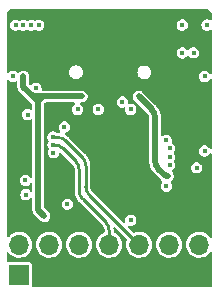
<source format=gbr>
%TF.GenerationSoftware,KiCad,Pcbnew,(6.0.4)*%
%TF.CreationDate,2022-07-06T17:37:40+08:00*%
%TF.ProjectId,XilinxJtag,58696c69-6e78-44a7-9461-672e6b696361,rev?*%
%TF.SameCoordinates,Original*%
%TF.FileFunction,Copper,L2,Inr*%
%TF.FilePolarity,Positive*%
%FSLAX46Y46*%
G04 Gerber Fmt 4.6, Leading zero omitted, Abs format (unit mm)*
G04 Created by KiCad (PCBNEW (6.0.4)) date 2022-07-06 17:37:40*
%MOMM*%
%LPD*%
G01*
G04 APERTURE LIST*
%TA.AperFunction,ComponentPad*%
%ADD10O,1.000000X2.100000*%
%TD*%
%TA.AperFunction,ComponentPad*%
%ADD11O,1.000000X1.600000*%
%TD*%
%TA.AperFunction,ComponentPad*%
%ADD12R,1.700000X1.700000*%
%TD*%
%TA.AperFunction,ComponentPad*%
%ADD13O,1.700000X1.700000*%
%TD*%
%TA.AperFunction,ViaPad*%
%ADD14C,0.450000*%
%TD*%
%TA.AperFunction,Conductor*%
%ADD15C,0.500000*%
%TD*%
%TA.AperFunction,Conductor*%
%ADD16C,0.250000*%
%TD*%
G04 APERTURE END LIST*
D10*
%TO.N,VSS*%
%TO.C,J1*%
X137650000Y-72150001D03*
D11*
X137650000Y-67970001D03*
X146290000Y-67970001D03*
D10*
X146290000Y-72150001D03*
%TD*%
D12*
%TO.N,unconnected-(J2-Pad1)*%
%TO.C,J2*%
X134265000Y-88795000D03*
D13*
%TO.N,Net-(J2-Pad2)*%
X134265000Y-86255000D03*
%TO.N,VSS*%
X136805000Y-88795000D03*
%TO.N,TMS*%
X136805000Y-86255000D03*
%TO.N,VSS*%
X139345000Y-88795000D03*
%TO.N,TCK*%
X139345000Y-86255000D03*
%TO.N,VSS*%
X141885000Y-88795000D03*
%TO.N,TDO*%
X141885000Y-86255000D03*
%TO.N,VSS*%
X144425000Y-88795000D03*
%TO.N,TDI*%
X144425000Y-86255000D03*
%TO.N,VSS*%
X146965000Y-88795000D03*
%TO.N,unconnected-(J2-Pad12)*%
X146965000Y-86255000D03*
%TO.N,VSS*%
X149505000Y-88795000D03*
%TO.N,unconnected-(J2-Pad14)*%
X149505000Y-86255000D03*
%TD*%
D14*
%TO.N,VSS*%
X143070000Y-78540000D03*
X149840000Y-76670000D03*
X141070000Y-80540000D03*
X141070000Y-79540000D03*
X136720000Y-76140000D03*
X149300000Y-83310000D03*
X142925000Y-70030000D03*
X149250000Y-82330000D03*
X141925000Y-69030000D03*
X149020000Y-67640000D03*
X143070000Y-80540000D03*
X140925000Y-68030000D03*
X141070000Y-78540000D03*
X142070000Y-78540000D03*
X141925000Y-70030000D03*
X142070000Y-80540000D03*
X142070000Y-79540000D03*
X137380000Y-75720000D03*
X146820000Y-75650000D03*
X142925000Y-68030000D03*
X141925000Y-68030000D03*
X143070000Y-79540000D03*
X142925000Y-69030000D03*
X140925000Y-70030000D03*
X140925000Y-69030000D03*
X149840000Y-73270000D03*
%TO.N,RESET*%
X143720000Y-84180000D03*
%TO.N,+3V3*%
X146730000Y-77400000D03*
X143720000Y-74800000D03*
X146740000Y-81300000D03*
X149970000Y-72000000D03*
X140960000Y-74800000D03*
X139220000Y-74800000D03*
X138350000Y-82820000D03*
X149970000Y-78310000D03*
%TO.N,VBUS*%
X136410000Y-83820000D03*
X139570000Y-73700000D03*
X134625000Y-72000000D03*
X146870000Y-80450000D03*
X144380000Y-73690000D03*
%TO.N,Net-(C14-Pad1)*%
X134625000Y-67660000D03*
%TO.N,Net-(C15-Pad2)*%
X135690000Y-73000000D03*
%TO.N,3.3V*%
X134980000Y-75230000D03*
%TO.N,Net-(D1-Pad2)*%
X133750000Y-72000000D03*
X134840000Y-82010000D03*
%TO.N,TDI*%
X137130000Y-77130000D03*
%TO.N,TDO*%
X137140000Y-77800000D03*
%TO.N,TCK*%
X138100000Y-76290000D03*
%TO.N,TMS*%
X137169500Y-78470000D03*
%TO.N,EEP_CS*%
X147000000Y-78100000D03*
X149030000Y-70000000D03*
%TO.N,Net-(R6-Pad2)*%
X149300000Y-79740000D03*
X150170000Y-67650000D03*
%TO.N,EEP_CLK*%
X148070000Y-70010000D03*
X147000000Y-78810000D03*
%TO.N,EEP_D*%
X147000000Y-79500000D03*
X148070000Y-67650000D03*
%TO.N,Net-(R10-Pad1)*%
X135275000Y-67660000D03*
%TO.N,Net-(R11-Pad2)*%
X135925000Y-67670000D03*
%TO.N,Net-(R12-Pad2)*%
X134790000Y-80800000D03*
X133975000Y-67660000D03*
%TO.N,Net-(R3-Pad1)*%
X143000000Y-74160000D03*
%TD*%
D15*
%TO.N,VBUS*%
X135890000Y-83300000D02*
X136410000Y-83820000D01*
X136290000Y-73700000D02*
X135410000Y-73700000D01*
X145770000Y-75494214D02*
X145770000Y-79123533D01*
X135890000Y-74180000D02*
X135890000Y-74100000D01*
X139570000Y-73700000D02*
X136290000Y-73700000D01*
X146682253Y-80450000D02*
X146870000Y-80450000D01*
X135410000Y-73700000D02*
X134625000Y-72915000D01*
X144380000Y-73690000D02*
X145477107Y-74787107D01*
X135890000Y-74100000D02*
X136290000Y-73700000D01*
X135410000Y-73700000D02*
X135890000Y-74180000D01*
X135890000Y-74180000D02*
X135890000Y-83300000D01*
X134625000Y-72915000D02*
X134625000Y-72000000D01*
X146062893Y-79830640D02*
X146682253Y-80450000D01*
X145769977Y-79123533D02*
G75*
G03*
X146062893Y-79830640I1000023J33D01*
G01*
X145769990Y-75494214D02*
G75*
G03*
X145477107Y-74787107I-999990J14D01*
G01*
D16*
%TO.N,TDI*%
X144425000Y-86255000D02*
X140202893Y-82032893D01*
X137475786Y-77130000D02*
X137130000Y-77130000D01*
X139617107Y-78857107D02*
X138182893Y-77422893D01*
X139910000Y-81325786D02*
X139910000Y-79564214D01*
X139617114Y-78857100D02*
G75*
G02*
X139910000Y-79564214I-707114J-707100D01*
G01*
X138182900Y-77422886D02*
G75*
G03*
X137475786Y-77130000I-707100J-707114D01*
G01*
X140202886Y-82032900D02*
G75*
G02*
X139910000Y-81325786I707114J707100D01*
G01*
%TO.N,TDO*%
X139632893Y-82382893D02*
X141592107Y-84342107D01*
X137140000Y-77800000D02*
X137245786Y-77800000D01*
X139340000Y-79894214D02*
X139340000Y-81675786D01*
X141885000Y-85049214D02*
X141885000Y-86255000D01*
X137952893Y-78092893D02*
X139047107Y-79187107D01*
X137245786Y-77800010D02*
G75*
G02*
X137952893Y-78092893I14J-999990D01*
G01*
X139632886Y-82382900D02*
G75*
G02*
X139340000Y-81675786I707114J707100D01*
G01*
X139339990Y-79894214D02*
G75*
G03*
X139047107Y-79187107I-999990J14D01*
G01*
X141592114Y-84342100D02*
G75*
G02*
X141885000Y-85049214I-707114J-707100D01*
G01*
%TD*%
%TA.AperFunction,Conductor*%
%TO.N,VSS*%
G36*
X150014888Y-66262402D02*
G01*
X150020438Y-66263506D01*
X150030000Y-66265408D01*
X150039563Y-66263506D01*
X150049312Y-66263506D01*
X150049312Y-66264495D01*
X150061045Y-66263998D01*
X150141196Y-66273029D01*
X150162804Y-66277961D01*
X150257892Y-66311234D01*
X150277859Y-66320850D01*
X150363161Y-66374448D01*
X150380494Y-66388270D01*
X150451730Y-66459506D01*
X150465552Y-66476839D01*
X150519149Y-66562138D01*
X150528766Y-66582108D01*
X150562038Y-66677193D01*
X150566972Y-66698807D01*
X150576002Y-66778952D01*
X150575505Y-66790688D01*
X150576494Y-66790688D01*
X150576494Y-66800437D01*
X150574592Y-66810000D01*
X150576494Y-66819562D01*
X150577598Y-66825112D01*
X150579500Y-66844426D01*
X150579500Y-67166586D01*
X150560593Y-67224777D01*
X150511093Y-67260741D01*
X150449907Y-67260741D01*
X150426653Y-67249661D01*
X150398609Y-67231484D01*
X150371501Y-67213913D01*
X150241006Y-67174887D01*
X150160455Y-67174395D01*
X150111855Y-67174098D01*
X150111854Y-67174098D01*
X150104804Y-67174055D01*
X150098027Y-67175992D01*
X150098026Y-67175992D01*
X149980622Y-67209546D01*
X149980620Y-67209547D01*
X149973842Y-67211484D01*
X149858650Y-67284165D01*
X149768487Y-67386255D01*
X149710601Y-67509548D01*
X149689646Y-67644131D01*
X149707306Y-67779186D01*
X149710146Y-67785640D01*
X149710147Y-67785644D01*
X149758456Y-67895434D01*
X149762162Y-67903856D01*
X149795788Y-67943859D01*
X149845265Y-68002720D01*
X149845268Y-68002722D01*
X149849804Y-68008119D01*
X149855675Y-68012027D01*
X149855676Y-68012028D01*
X149882092Y-68029612D01*
X149963187Y-68083593D01*
X149969914Y-68085695D01*
X149969917Y-68085696D01*
X150086463Y-68122107D01*
X150086464Y-68122107D01*
X150093195Y-68124210D01*
X150163288Y-68125495D01*
X150222324Y-68126577D01*
X150222326Y-68126577D01*
X150229377Y-68126706D01*
X150236180Y-68124851D01*
X150236182Y-68124851D01*
X150343121Y-68095696D01*
X150360786Y-68090880D01*
X150428700Y-68049181D01*
X150488182Y-68034847D01*
X150544730Y-68058212D01*
X150576745Y-68110354D01*
X150579500Y-68133548D01*
X150579500Y-71734673D01*
X150560593Y-71792864D01*
X150511093Y-71828828D01*
X150449907Y-71828828D01*
X150400407Y-71792864D01*
X150390378Y-71775649D01*
X150377626Y-71747601D01*
X150377624Y-71747598D01*
X150374706Y-71741180D01*
X150285796Y-71637996D01*
X150171501Y-71563913D01*
X150041006Y-71524887D01*
X149960455Y-71524395D01*
X149911855Y-71524098D01*
X149911854Y-71524098D01*
X149904804Y-71524055D01*
X149898027Y-71525992D01*
X149898026Y-71525992D01*
X149780622Y-71559546D01*
X149780620Y-71559547D01*
X149773842Y-71561484D01*
X149658650Y-71634165D01*
X149568487Y-71736255D01*
X149510601Y-71859548D01*
X149489646Y-71994131D01*
X149507306Y-72129186D01*
X149510146Y-72135640D01*
X149510147Y-72135644D01*
X149558960Y-72246580D01*
X149562162Y-72253856D01*
X149579685Y-72274702D01*
X149645265Y-72352720D01*
X149645268Y-72352722D01*
X149649804Y-72358119D01*
X149655675Y-72362027D01*
X149655676Y-72362028D01*
X149672616Y-72373304D01*
X149763187Y-72433593D01*
X149769914Y-72435695D01*
X149769917Y-72435696D01*
X149886463Y-72472107D01*
X149886464Y-72472107D01*
X149893195Y-72474210D01*
X149963288Y-72475495D01*
X150022324Y-72476577D01*
X150022326Y-72476577D01*
X150029377Y-72476706D01*
X150036180Y-72474851D01*
X150036182Y-72474851D01*
X150108410Y-72455159D01*
X150160786Y-72440880D01*
X150276858Y-72369612D01*
X150368261Y-72268631D01*
X150391406Y-72220860D01*
X150433794Y-72176736D01*
X150494022Y-72165954D01*
X150549085Y-72192632D01*
X150577951Y-72246580D01*
X150579500Y-72264026D01*
X150579500Y-78044673D01*
X150560593Y-78102864D01*
X150511093Y-78138828D01*
X150449907Y-78138828D01*
X150400407Y-78102864D01*
X150390378Y-78085649D01*
X150377626Y-78057601D01*
X150377624Y-78057598D01*
X150374706Y-78051180D01*
X150285796Y-77947996D01*
X150171501Y-77873913D01*
X150041006Y-77834887D01*
X149960455Y-77834395D01*
X149911855Y-77834098D01*
X149911854Y-77834098D01*
X149904804Y-77834055D01*
X149898027Y-77835992D01*
X149898026Y-77835992D01*
X149780622Y-77869546D01*
X149780620Y-77869547D01*
X149773842Y-77871484D01*
X149658650Y-77944165D01*
X149568487Y-78046255D01*
X149510601Y-78169548D01*
X149489646Y-78304131D01*
X149490561Y-78311129D01*
X149493705Y-78335171D01*
X149507306Y-78439186D01*
X149510146Y-78445640D01*
X149510147Y-78445644D01*
X149554233Y-78545837D01*
X149562162Y-78563856D01*
X149598316Y-78606866D01*
X149645265Y-78662720D01*
X149645268Y-78662722D01*
X149649804Y-78668119D01*
X149655675Y-78672027D01*
X149655676Y-78672028D01*
X149670890Y-78682155D01*
X149763187Y-78743593D01*
X149769914Y-78745695D01*
X149769917Y-78745696D01*
X149886463Y-78782107D01*
X149886464Y-78782107D01*
X149893195Y-78784210D01*
X149963288Y-78785495D01*
X150022324Y-78786577D01*
X150022326Y-78786577D01*
X150029377Y-78786706D01*
X150036180Y-78784851D01*
X150036182Y-78784851D01*
X150108410Y-78765159D01*
X150160786Y-78750880D01*
X150276858Y-78679612D01*
X150285968Y-78669548D01*
X150363529Y-78583859D01*
X150363529Y-78583858D01*
X150368261Y-78578631D01*
X150386509Y-78540967D01*
X150391406Y-78530860D01*
X150433794Y-78486736D01*
X150494022Y-78475954D01*
X150549085Y-78502632D01*
X150577951Y-78556580D01*
X150579500Y-78574026D01*
X150579500Y-85556457D01*
X150560593Y-85614648D01*
X150511093Y-85650612D01*
X150449907Y-85650612D01*
X150401176Y-85615691D01*
X150329051Y-85519104D01*
X150329050Y-85519103D01*
X150326335Y-85515467D01*
X150177812Y-85378174D01*
X150155125Y-85363859D01*
X150010594Y-85272667D01*
X150006757Y-85270246D01*
X149818898Y-85195298D01*
X149620526Y-85155839D01*
X149520930Y-85154535D01*
X149422826Y-85153251D01*
X149422821Y-85153251D01*
X149418286Y-85153192D01*
X149413813Y-85153961D01*
X149413808Y-85153961D01*
X149315245Y-85170898D01*
X149218949Y-85187444D01*
X149029193Y-85257449D01*
X148855371Y-85360862D01*
X148851956Y-85363857D01*
X148851953Y-85363859D01*
X148835630Y-85378174D01*
X148703305Y-85494220D01*
X148700497Y-85497782D01*
X148602343Y-85622291D01*
X148578089Y-85653057D01*
X148483914Y-85832053D01*
X148482569Y-85836384D01*
X148482568Y-85836387D01*
X148482086Y-85837941D01*
X148423937Y-86025213D01*
X148400164Y-86226069D01*
X148413392Y-86427894D01*
X148463178Y-86623928D01*
X148547856Y-86807607D01*
X148664588Y-86972780D01*
X148809466Y-87113913D01*
X148977637Y-87226282D01*
X149163470Y-87306122D01*
X149360740Y-87350760D01*
X149562842Y-87358700D01*
X149616377Y-87350938D01*
X149758519Y-87330329D01*
X149758522Y-87330328D01*
X149763007Y-87329678D01*
X149858769Y-87297171D01*
X149950234Y-87266123D01*
X149950237Y-87266121D01*
X149954531Y-87264664D01*
X150131001Y-87165837D01*
X150286505Y-87036505D01*
X150404386Y-86894769D01*
X150456131Y-86862121D01*
X150517185Y-86866123D01*
X150564227Y-86905247D01*
X150579500Y-86958075D01*
X150579500Y-89770500D01*
X150560593Y-89828691D01*
X150511093Y-89864655D01*
X150480500Y-89869500D01*
X135444566Y-89869500D01*
X135386375Y-89850593D01*
X135350411Y-89801093D01*
X135350411Y-89743571D01*
X135350966Y-89742740D01*
X135365500Y-89669674D01*
X135365500Y-87920326D01*
X135350966Y-87847260D01*
X135295601Y-87764399D01*
X135212740Y-87709034D01*
X135139674Y-87694500D01*
X133390326Y-87694500D01*
X133328814Y-87706736D01*
X133268053Y-87699544D01*
X133223123Y-87658012D01*
X133210500Y-87609638D01*
X133210500Y-86981468D01*
X133229407Y-86923277D01*
X133278907Y-86887313D01*
X133340093Y-86887313D01*
X133390348Y-86924331D01*
X133424588Y-86972780D01*
X133569466Y-87113913D01*
X133737637Y-87226282D01*
X133923470Y-87306122D01*
X134120740Y-87350760D01*
X134322842Y-87358700D01*
X134376377Y-87350938D01*
X134518519Y-87330329D01*
X134518522Y-87330328D01*
X134523007Y-87329678D01*
X134618769Y-87297171D01*
X134710234Y-87266123D01*
X134710237Y-87266121D01*
X134714531Y-87264664D01*
X134891001Y-87165837D01*
X135046505Y-87036505D01*
X135175837Y-86881001D01*
X135274664Y-86704531D01*
X135339678Y-86513007D01*
X135368700Y-86312842D01*
X135370215Y-86255000D01*
X135367557Y-86226069D01*
X135700164Y-86226069D01*
X135713392Y-86427894D01*
X135763178Y-86623928D01*
X135847856Y-86807607D01*
X135964588Y-86972780D01*
X136109466Y-87113913D01*
X136277637Y-87226282D01*
X136463470Y-87306122D01*
X136660740Y-87350760D01*
X136862842Y-87358700D01*
X136916377Y-87350938D01*
X137058519Y-87330329D01*
X137058522Y-87330328D01*
X137063007Y-87329678D01*
X137158769Y-87297171D01*
X137250234Y-87266123D01*
X137250237Y-87266121D01*
X137254531Y-87264664D01*
X137431001Y-87165837D01*
X137586505Y-87036505D01*
X137715837Y-86881001D01*
X137814664Y-86704531D01*
X137879678Y-86513007D01*
X137908700Y-86312842D01*
X137910215Y-86255000D01*
X137907557Y-86226069D01*
X138240164Y-86226069D01*
X138253392Y-86427894D01*
X138303178Y-86623928D01*
X138387856Y-86807607D01*
X138504588Y-86972780D01*
X138649466Y-87113913D01*
X138817637Y-87226282D01*
X139003470Y-87306122D01*
X139200740Y-87350760D01*
X139402842Y-87358700D01*
X139456377Y-87350938D01*
X139598519Y-87330329D01*
X139598522Y-87330328D01*
X139603007Y-87329678D01*
X139698769Y-87297171D01*
X139790234Y-87266123D01*
X139790237Y-87266121D01*
X139794531Y-87264664D01*
X139971001Y-87165837D01*
X140126505Y-87036505D01*
X140255837Y-86881001D01*
X140354664Y-86704531D01*
X140419678Y-86513007D01*
X140448700Y-86312842D01*
X140450215Y-86255000D01*
X140431708Y-86053591D01*
X140376807Y-85858926D01*
X140287351Y-85677527D01*
X140166335Y-85515467D01*
X140017812Y-85378174D01*
X139995125Y-85363859D01*
X139850594Y-85272667D01*
X139846757Y-85270246D01*
X139658898Y-85195298D01*
X139460526Y-85155839D01*
X139360930Y-85154535D01*
X139262826Y-85153251D01*
X139262821Y-85153251D01*
X139258286Y-85153192D01*
X139253813Y-85153961D01*
X139253808Y-85153961D01*
X139155245Y-85170898D01*
X139058949Y-85187444D01*
X138869193Y-85257449D01*
X138695371Y-85360862D01*
X138691956Y-85363857D01*
X138691953Y-85363859D01*
X138675630Y-85378174D01*
X138543305Y-85494220D01*
X138540497Y-85497782D01*
X138442343Y-85622291D01*
X138418089Y-85653057D01*
X138323914Y-85832053D01*
X138322569Y-85836384D01*
X138322568Y-85836387D01*
X138322086Y-85837941D01*
X138263937Y-86025213D01*
X138240164Y-86226069D01*
X137907557Y-86226069D01*
X137891708Y-86053591D01*
X137836807Y-85858926D01*
X137747351Y-85677527D01*
X137626335Y-85515467D01*
X137477812Y-85378174D01*
X137455125Y-85363859D01*
X137310594Y-85272667D01*
X137306757Y-85270246D01*
X137118898Y-85195298D01*
X136920526Y-85155839D01*
X136820930Y-85154535D01*
X136722826Y-85153251D01*
X136722821Y-85153251D01*
X136718286Y-85153192D01*
X136713813Y-85153961D01*
X136713808Y-85153961D01*
X136615245Y-85170898D01*
X136518949Y-85187444D01*
X136329193Y-85257449D01*
X136155371Y-85360862D01*
X136151956Y-85363857D01*
X136151953Y-85363859D01*
X136135630Y-85378174D01*
X136003305Y-85494220D01*
X136000497Y-85497782D01*
X135902343Y-85622291D01*
X135878089Y-85653057D01*
X135783914Y-85832053D01*
X135782569Y-85836384D01*
X135782568Y-85836387D01*
X135782086Y-85837941D01*
X135723937Y-86025213D01*
X135700164Y-86226069D01*
X135367557Y-86226069D01*
X135351708Y-86053591D01*
X135296807Y-85858926D01*
X135207351Y-85677527D01*
X135086335Y-85515467D01*
X134937812Y-85378174D01*
X134915125Y-85363859D01*
X134770594Y-85272667D01*
X134766757Y-85270246D01*
X134578898Y-85195298D01*
X134380526Y-85155839D01*
X134280930Y-85154535D01*
X134182826Y-85153251D01*
X134182821Y-85153251D01*
X134178286Y-85153192D01*
X134173813Y-85153961D01*
X134173808Y-85153961D01*
X134075245Y-85170898D01*
X133978949Y-85187444D01*
X133789193Y-85257449D01*
X133615371Y-85360862D01*
X133611956Y-85363857D01*
X133611953Y-85363859D01*
X133595630Y-85378174D01*
X133463305Y-85494220D01*
X133460497Y-85497782D01*
X133387247Y-85590700D01*
X133336373Y-85624693D01*
X133275235Y-85622291D01*
X133227185Y-85584412D01*
X133210500Y-85529410D01*
X133210500Y-72368857D01*
X133229407Y-72310666D01*
X133278907Y-72274702D01*
X133340093Y-72274702D01*
X133385283Y-72305155D01*
X133429804Y-72358119D01*
X133435675Y-72362027D01*
X133435676Y-72362028D01*
X133452616Y-72373304D01*
X133543187Y-72433593D01*
X133549914Y-72435695D01*
X133549917Y-72435696D01*
X133666463Y-72472107D01*
X133666464Y-72472107D01*
X133673195Y-72474210D01*
X133743288Y-72475495D01*
X133802324Y-72476577D01*
X133802326Y-72476577D01*
X133809377Y-72476706D01*
X133816180Y-72474851D01*
X133816182Y-72474851D01*
X133888410Y-72455159D01*
X133940786Y-72440880D01*
X133973701Y-72420670D01*
X134033181Y-72406335D01*
X134089729Y-72429700D01*
X134121744Y-72481841D01*
X134124500Y-72505037D01*
X134124500Y-72847834D01*
X134123081Y-72860535D01*
X134123103Y-72860537D01*
X134122537Y-72867569D01*
X134120981Y-72874447D01*
X134121418Y-72881485D01*
X134124310Y-72928102D01*
X134124500Y-72934233D01*
X134124500Y-72950940D01*
X134124999Y-72954427D01*
X134125000Y-72954435D01*
X134126101Y-72962121D01*
X134126911Y-72970024D01*
X134128536Y-72996208D01*
X134129859Y-73017538D01*
X134132252Y-73024167D01*
X134132253Y-73024171D01*
X134133342Y-73027187D01*
X134138223Y-73046763D01*
X134139677Y-73056918D01*
X134142596Y-73063337D01*
X134142597Y-73063342D01*
X134159381Y-73100257D01*
X134162377Y-73107615D01*
X134178540Y-73152387D01*
X134184592Y-73160672D01*
X134194768Y-73178086D01*
X134199016Y-73187428D01*
X134203621Y-73192772D01*
X134230093Y-73223495D01*
X134235033Y-73229716D01*
X134243522Y-73241336D01*
X134254986Y-73252800D01*
X134259981Y-73258181D01*
X134278938Y-73280181D01*
X134292600Y-73296037D01*
X134298520Y-73299874D01*
X134299811Y-73300711D01*
X134315968Y-73313782D01*
X135008605Y-74006419D01*
X135016579Y-74016399D01*
X135016596Y-74016384D01*
X135021166Y-74021754D01*
X135024930Y-74027720D01*
X135030215Y-74032388D01*
X135030218Y-74032391D01*
X135065208Y-74063292D01*
X135069678Y-74067492D01*
X135360504Y-74358318D01*
X135388281Y-74412835D01*
X135389500Y-74428322D01*
X135389500Y-74746586D01*
X135370593Y-74804777D01*
X135321093Y-74840741D01*
X135259907Y-74840741D01*
X135236653Y-74829661D01*
X135187422Y-74797751D01*
X135187423Y-74797751D01*
X135181501Y-74793913D01*
X135051006Y-74754887D01*
X134970455Y-74754395D01*
X134921855Y-74754098D01*
X134921854Y-74754098D01*
X134914804Y-74754055D01*
X134908027Y-74755992D01*
X134908026Y-74755992D01*
X134790622Y-74789546D01*
X134790620Y-74789547D01*
X134783842Y-74791484D01*
X134668650Y-74864165D01*
X134578487Y-74966255D01*
X134520601Y-75089548D01*
X134499646Y-75224131D01*
X134500561Y-75231129D01*
X134509967Y-75303059D01*
X134517306Y-75359186D01*
X134520146Y-75365640D01*
X134520147Y-75365644D01*
X134568456Y-75475434D01*
X134572162Y-75483856D01*
X134603141Y-75520710D01*
X134655265Y-75582720D01*
X134655268Y-75582722D01*
X134659804Y-75588119D01*
X134665675Y-75592027D01*
X134665676Y-75592028D01*
X134697252Y-75613047D01*
X134773187Y-75663593D01*
X134779914Y-75665695D01*
X134779917Y-75665696D01*
X134896463Y-75702107D01*
X134896464Y-75702107D01*
X134903195Y-75704210D01*
X134973288Y-75705495D01*
X135032324Y-75706577D01*
X135032326Y-75706577D01*
X135039377Y-75706706D01*
X135046180Y-75704851D01*
X135046182Y-75704851D01*
X135118410Y-75685159D01*
X135170786Y-75670880D01*
X135238700Y-75629181D01*
X135298182Y-75614847D01*
X135354730Y-75638212D01*
X135386745Y-75690354D01*
X135389500Y-75713548D01*
X135389500Y-80512679D01*
X135370593Y-80570870D01*
X135321093Y-80606834D01*
X135259907Y-80606834D01*
X135210407Y-80570870D01*
X135200378Y-80553655D01*
X135197626Y-80547601D01*
X135197624Y-80547598D01*
X135194706Y-80541180D01*
X135105796Y-80437996D01*
X134991501Y-80363913D01*
X134861006Y-80324887D01*
X134780455Y-80324395D01*
X134731855Y-80324098D01*
X134731854Y-80324098D01*
X134724804Y-80324055D01*
X134718027Y-80325992D01*
X134718026Y-80325992D01*
X134600622Y-80359546D01*
X134600620Y-80359547D01*
X134593842Y-80361484D01*
X134478650Y-80434165D01*
X134388487Y-80536255D01*
X134330601Y-80659548D01*
X134309646Y-80794131D01*
X134310561Y-80801129D01*
X134312418Y-80815333D01*
X134327306Y-80929186D01*
X134330146Y-80935640D01*
X134330147Y-80935644D01*
X134379321Y-81047400D01*
X134382162Y-81053856D01*
X134425983Y-81105988D01*
X134465265Y-81152720D01*
X134465268Y-81152722D01*
X134469804Y-81158119D01*
X134475675Y-81162027D01*
X134475676Y-81162028D01*
X134490890Y-81172155D01*
X134583187Y-81233593D01*
X134589914Y-81235695D01*
X134589917Y-81235696D01*
X134706463Y-81272107D01*
X134706464Y-81272107D01*
X134713195Y-81274210D01*
X134783288Y-81275495D01*
X134842324Y-81276577D01*
X134842326Y-81276577D01*
X134849377Y-81276706D01*
X134856180Y-81274851D01*
X134856182Y-81274851D01*
X134928410Y-81255159D01*
X134980786Y-81240880D01*
X135096858Y-81169612D01*
X135105968Y-81159548D01*
X135183529Y-81073859D01*
X135183529Y-81073858D01*
X135188261Y-81068631D01*
X135195826Y-81053016D01*
X135201406Y-81041500D01*
X135243794Y-80997376D01*
X135304022Y-80986594D01*
X135359085Y-81013272D01*
X135387951Y-81067220D01*
X135389500Y-81084666D01*
X135389500Y-81652662D01*
X135370593Y-81710853D01*
X135321093Y-81746817D01*
X135259907Y-81746817D01*
X135215502Y-81717286D01*
X135160403Y-81653342D01*
X135160401Y-81653340D01*
X135155796Y-81647996D01*
X135041501Y-81573913D01*
X134911006Y-81534887D01*
X134830455Y-81534395D01*
X134781855Y-81534098D01*
X134781854Y-81534098D01*
X134774804Y-81534055D01*
X134768027Y-81535992D01*
X134768026Y-81535992D01*
X134650622Y-81569546D01*
X134650620Y-81569547D01*
X134643842Y-81571484D01*
X134528650Y-81644165D01*
X134438487Y-81746255D01*
X134380601Y-81869548D01*
X134359646Y-82004131D01*
X134360561Y-82011129D01*
X134363765Y-82035633D01*
X134377306Y-82139186D01*
X134380146Y-82145640D01*
X134380147Y-82145644D01*
X134406794Y-82206203D01*
X134432162Y-82263856D01*
X134444582Y-82278631D01*
X134515265Y-82362720D01*
X134515268Y-82362722D01*
X134519804Y-82368119D01*
X134525675Y-82372027D01*
X134525676Y-82372028D01*
X134539882Y-82381484D01*
X134633187Y-82443593D01*
X134639914Y-82445695D01*
X134639917Y-82445696D01*
X134756463Y-82482107D01*
X134756464Y-82482107D01*
X134763195Y-82484210D01*
X134833288Y-82485495D01*
X134892324Y-82486577D01*
X134892326Y-82486577D01*
X134899377Y-82486706D01*
X134906180Y-82484851D01*
X134906182Y-82484851D01*
X134999351Y-82459450D01*
X135030786Y-82450880D01*
X135146858Y-82379612D01*
X135162705Y-82362105D01*
X135217102Y-82302007D01*
X135270170Y-82271553D01*
X135331003Y-82278108D01*
X135376366Y-82319167D01*
X135389500Y-82368443D01*
X135389500Y-83232834D01*
X135388081Y-83245535D01*
X135388103Y-83245537D01*
X135387537Y-83252569D01*
X135385981Y-83259447D01*
X135388138Y-83294210D01*
X135389310Y-83313102D01*
X135389500Y-83319233D01*
X135389500Y-83335940D01*
X135389999Y-83339427D01*
X135390000Y-83339435D01*
X135391101Y-83347121D01*
X135391911Y-83355024D01*
X135394859Y-83402538D01*
X135397252Y-83409167D01*
X135397253Y-83409171D01*
X135398342Y-83412187D01*
X135403223Y-83431763D01*
X135404677Y-83441918D01*
X135407596Y-83448337D01*
X135407597Y-83448342D01*
X135424381Y-83485257D01*
X135427377Y-83492615D01*
X135443540Y-83537387D01*
X135449592Y-83545672D01*
X135459768Y-83563086D01*
X135464016Y-83572428D01*
X135468621Y-83577772D01*
X135495093Y-83608495D01*
X135500033Y-83614716D01*
X135508522Y-83626336D01*
X135519986Y-83637800D01*
X135524981Y-83643181D01*
X135557600Y-83681037D01*
X135563520Y-83684874D01*
X135564811Y-83685711D01*
X135580968Y-83698782D01*
X136081506Y-84199320D01*
X136084323Y-84201431D01*
X136084325Y-84201433D01*
X136161530Y-84259295D01*
X136161532Y-84259296D01*
X136167176Y-84263526D01*
X136301419Y-84313852D01*
X136444392Y-84324476D01*
X136491715Y-84314374D01*
X136577700Y-84296019D01*
X136577702Y-84296018D01*
X136584599Y-84294546D01*
X136710771Y-84226468D01*
X136812763Y-84125714D01*
X136882378Y-84000384D01*
X136902611Y-83910971D01*
X136912463Y-83867430D01*
X136912463Y-83867429D01*
X136914019Y-83860553D01*
X136906657Y-83741892D01*
X136905578Y-83724500D01*
X136905578Y-83724498D01*
X136905141Y-83717462D01*
X136871131Y-83623252D01*
X136858856Y-83589249D01*
X136858855Y-83589247D01*
X136856460Y-83582613D01*
X136852300Y-83576918D01*
X136852298Y-83576915D01*
X136793733Y-83496750D01*
X136793730Y-83496746D01*
X136791478Y-83493664D01*
X136419496Y-83121682D01*
X136391719Y-83067165D01*
X136390500Y-83051678D01*
X136390500Y-82814131D01*
X137869646Y-82814131D01*
X137887306Y-82949186D01*
X137890146Y-82955640D01*
X137890147Y-82955644D01*
X137932403Y-83051678D01*
X137942162Y-83073856D01*
X137982364Y-83121682D01*
X138025265Y-83172720D01*
X138025268Y-83172722D01*
X138029804Y-83178119D01*
X138035675Y-83182027D01*
X138035676Y-83182028D01*
X138052616Y-83193304D01*
X138143187Y-83253593D01*
X138149914Y-83255695D01*
X138149917Y-83255696D01*
X138266463Y-83292107D01*
X138266464Y-83292107D01*
X138273195Y-83294210D01*
X138343288Y-83295495D01*
X138402324Y-83296577D01*
X138402326Y-83296577D01*
X138409377Y-83296706D01*
X138416180Y-83294851D01*
X138416182Y-83294851D01*
X138520227Y-83266485D01*
X138540786Y-83260880D01*
X138656858Y-83189612D01*
X138748261Y-83088631D01*
X138807649Y-82966054D01*
X138809401Y-82955644D01*
X138829613Y-82835506D01*
X138829613Y-82835505D01*
X138830247Y-82831737D01*
X138830390Y-82820000D01*
X138829550Y-82814131D01*
X138812081Y-82692155D01*
X138811081Y-82685171D01*
X138754706Y-82561180D01*
X138665796Y-82457996D01*
X138551501Y-82383913D01*
X138421006Y-82344887D01*
X138340455Y-82344395D01*
X138291855Y-82344098D01*
X138291854Y-82344098D01*
X138284804Y-82344055D01*
X138278027Y-82345992D01*
X138278026Y-82345992D01*
X138160622Y-82379546D01*
X138160620Y-82379547D01*
X138153842Y-82381484D01*
X138038650Y-82454165D01*
X137948487Y-82556255D01*
X137890601Y-82679548D01*
X137869646Y-82814131D01*
X136390500Y-82814131D01*
X136390500Y-77124131D01*
X136649646Y-77124131D01*
X136650561Y-77131129D01*
X136657446Y-77183779D01*
X136667306Y-77259186D01*
X136670146Y-77265640D01*
X136670147Y-77265644D01*
X136673012Y-77272155D01*
X136722162Y-77383856D01*
X136726699Y-77389254D01*
X136726700Y-77389255D01*
X136740869Y-77406111D01*
X136763838Y-77462821D01*
X136749087Y-77522202D01*
X136746974Y-77525037D01*
X136747028Y-77525073D01*
X136743154Y-77530970D01*
X136738487Y-77536255D01*
X136680601Y-77659548D01*
X136659646Y-77794131D01*
X136660561Y-77801129D01*
X136665120Y-77835992D01*
X136677306Y-77929186D01*
X136680146Y-77935640D01*
X136680147Y-77935644D01*
X136728817Y-78046255D01*
X136732162Y-78053856D01*
X136736700Y-78059255D01*
X136736701Y-78059256D01*
X136761698Y-78088993D01*
X136784669Y-78145703D01*
X136769239Y-78204838D01*
X136767987Y-78206255D01*
X136764991Y-78212637D01*
X136764990Y-78212638D01*
X136739044Y-78267901D01*
X136710101Y-78329548D01*
X136689146Y-78464131D01*
X136690061Y-78471129D01*
X136703516Y-78574026D01*
X136706806Y-78599186D01*
X136709646Y-78605640D01*
X136709647Y-78605644D01*
X136758821Y-78717400D01*
X136761662Y-78723856D01*
X136805483Y-78775988D01*
X136844765Y-78822720D01*
X136844768Y-78822722D01*
X136849304Y-78828119D01*
X136855175Y-78832027D01*
X136855176Y-78832028D01*
X136872116Y-78843304D01*
X136962687Y-78903593D01*
X136969414Y-78905695D01*
X136969417Y-78905696D01*
X137085963Y-78942107D01*
X137085964Y-78942107D01*
X137092695Y-78944210D01*
X137162788Y-78945495D01*
X137221824Y-78946577D01*
X137221826Y-78946577D01*
X137228877Y-78946706D01*
X137235680Y-78944851D01*
X137235682Y-78944851D01*
X137307910Y-78925159D01*
X137360286Y-78910880D01*
X137476358Y-78839612D01*
X137502140Y-78811129D01*
X137563029Y-78743859D01*
X137563029Y-78743858D01*
X137567761Y-78738631D01*
X137627149Y-78616054D01*
X137628901Y-78605644D01*
X137641069Y-78533317D01*
X137669369Y-78479069D01*
X137724150Y-78451817D01*
X137784487Y-78461968D01*
X137808701Y-78479738D01*
X138755183Y-79426220D01*
X138765266Y-79438026D01*
X138778276Y-79455933D01*
X138784584Y-79460516D01*
X138790089Y-79466021D01*
X138790066Y-79466044D01*
X138801258Y-79476595D01*
X138830922Y-79512741D01*
X138853063Y-79539721D01*
X138863843Y-79555856D01*
X138879995Y-79586074D01*
X138912361Y-79646628D01*
X138919786Y-79664554D01*
X138949663Y-79763051D01*
X138953447Y-79782076D01*
X138961454Y-79863382D01*
X138961002Y-79878722D01*
X138961038Y-79878722D01*
X138961038Y-79886512D01*
X138959819Y-79894209D01*
X138961038Y-79901906D01*
X138963281Y-79916070D01*
X138964500Y-79931555D01*
X138964500Y-81638437D01*
X138963281Y-81653924D01*
X138959819Y-81675781D01*
X138961037Y-81683472D01*
X138961037Y-81683476D01*
X138962061Y-81689941D01*
X138963067Y-81698951D01*
X138968041Y-81774851D01*
X138973339Y-81855706D01*
X138973970Y-81858878D01*
X139006363Y-82021737D01*
X139008514Y-82032553D01*
X139066471Y-82203295D01*
X139067905Y-82206203D01*
X139137292Y-82346909D01*
X139146219Y-82365012D01*
X139246392Y-82514936D01*
X139317004Y-82595454D01*
X139320803Y-82600486D01*
X139321430Y-82601793D01*
X139324987Y-82606024D01*
X139333146Y-82614183D01*
X139337576Y-82618914D01*
X139350046Y-82633134D01*
X139355704Y-82640215D01*
X139364062Y-82651719D01*
X139370367Y-82656300D01*
X139381966Y-82664728D01*
X139393779Y-82674816D01*
X141300183Y-84581220D01*
X141310266Y-84593026D01*
X141323276Y-84610933D01*
X141329577Y-84615511D01*
X141335089Y-84621023D01*
X141335071Y-84621041D01*
X141346292Y-84631621D01*
X141366773Y-84656577D01*
X141396211Y-84692447D01*
X141398071Y-84694714D01*
X141408852Y-84710849D01*
X141436936Y-84763391D01*
X141457369Y-84801620D01*
X141464796Y-84819551D01*
X141494673Y-84918049D01*
X141498458Y-84937083D01*
X141506460Y-85018344D01*
X141506008Y-85033723D01*
X141506038Y-85033723D01*
X141506038Y-85041512D01*
X141504819Y-85049209D01*
X141506038Y-85056906D01*
X141508281Y-85071070D01*
X141509500Y-85086555D01*
X141509500Y-85151445D01*
X141490593Y-85209636D01*
X141444765Y-85244326D01*
X141409193Y-85257449D01*
X141235371Y-85360862D01*
X141231956Y-85363857D01*
X141231953Y-85363859D01*
X141215630Y-85378174D01*
X141083305Y-85494220D01*
X141080497Y-85497782D01*
X140982343Y-85622291D01*
X140958089Y-85653057D01*
X140863914Y-85832053D01*
X140862569Y-85836384D01*
X140862568Y-85836387D01*
X140862086Y-85837941D01*
X140803937Y-86025213D01*
X140780164Y-86226069D01*
X140793392Y-86427894D01*
X140843178Y-86623928D01*
X140927856Y-86807607D01*
X141044588Y-86972780D01*
X141189466Y-87113913D01*
X141357637Y-87226282D01*
X141543470Y-87306122D01*
X141740740Y-87350760D01*
X141942842Y-87358700D01*
X141996377Y-87350938D01*
X142138519Y-87330329D01*
X142138522Y-87330328D01*
X142143007Y-87329678D01*
X142238769Y-87297171D01*
X142330234Y-87266123D01*
X142330237Y-87266121D01*
X142334531Y-87264664D01*
X142511001Y-87165837D01*
X142666505Y-87036505D01*
X142795837Y-86881001D01*
X142894664Y-86704531D01*
X142959678Y-86513007D01*
X142988700Y-86312842D01*
X142990215Y-86255000D01*
X142971708Y-86053591D01*
X142916807Y-85858926D01*
X142827351Y-85677527D01*
X142706335Y-85515467D01*
X142557812Y-85378174D01*
X142535125Y-85363859D01*
X142390594Y-85272667D01*
X142386757Y-85270246D01*
X142382546Y-85268566D01*
X142382542Y-85268564D01*
X142322815Y-85244736D01*
X142275773Y-85205612D01*
X142260500Y-85152784D01*
X142260500Y-85086563D01*
X142261719Y-85071074D01*
X142263962Y-85056912D01*
X142265181Y-85049219D01*
X142263963Y-85041528D01*
X142263963Y-85041524D01*
X142262939Y-85035059D01*
X142261933Y-85026049D01*
X142251873Y-84872523D01*
X142251872Y-84872517D01*
X142251661Y-84869294D01*
X142251030Y-84866124D01*
X142250606Y-84862900D01*
X142252380Y-84862666D01*
X142258802Y-84808328D01*
X142300326Y-84763391D01*
X142360334Y-84751444D01*
X142418719Y-84779756D01*
X143377543Y-85738580D01*
X143405320Y-85793097D01*
X143402086Y-85837940D01*
X143343937Y-86025213D01*
X143320164Y-86226069D01*
X143333392Y-86427894D01*
X143383178Y-86623928D01*
X143467856Y-86807607D01*
X143584588Y-86972780D01*
X143729466Y-87113913D01*
X143897637Y-87226282D01*
X144083470Y-87306122D01*
X144280740Y-87350760D01*
X144482842Y-87358700D01*
X144536377Y-87350938D01*
X144678519Y-87330329D01*
X144678522Y-87330328D01*
X144683007Y-87329678D01*
X144778769Y-87297171D01*
X144870234Y-87266123D01*
X144870237Y-87266121D01*
X144874531Y-87264664D01*
X145051001Y-87165837D01*
X145206505Y-87036505D01*
X145335837Y-86881001D01*
X145434664Y-86704531D01*
X145499678Y-86513007D01*
X145528700Y-86312842D01*
X145530215Y-86255000D01*
X145527557Y-86226069D01*
X145860164Y-86226069D01*
X145873392Y-86427894D01*
X145923178Y-86623928D01*
X146007856Y-86807607D01*
X146124588Y-86972780D01*
X146269466Y-87113913D01*
X146437637Y-87226282D01*
X146623470Y-87306122D01*
X146820740Y-87350760D01*
X147022842Y-87358700D01*
X147076377Y-87350938D01*
X147218519Y-87330329D01*
X147218522Y-87330328D01*
X147223007Y-87329678D01*
X147318769Y-87297171D01*
X147410234Y-87266123D01*
X147410237Y-87266121D01*
X147414531Y-87264664D01*
X147591001Y-87165837D01*
X147746505Y-87036505D01*
X147875837Y-86881001D01*
X147974664Y-86704531D01*
X148039678Y-86513007D01*
X148068700Y-86312842D01*
X148070215Y-86255000D01*
X148051708Y-86053591D01*
X147996807Y-85858926D01*
X147907351Y-85677527D01*
X147786335Y-85515467D01*
X147637812Y-85378174D01*
X147615125Y-85363859D01*
X147470594Y-85272667D01*
X147466757Y-85270246D01*
X147278898Y-85195298D01*
X147080526Y-85155839D01*
X146980930Y-85154535D01*
X146882826Y-85153251D01*
X146882821Y-85153251D01*
X146878286Y-85153192D01*
X146873813Y-85153961D01*
X146873808Y-85153961D01*
X146775245Y-85170898D01*
X146678949Y-85187444D01*
X146489193Y-85257449D01*
X146315371Y-85360862D01*
X146311956Y-85363857D01*
X146311953Y-85363859D01*
X146295630Y-85378174D01*
X146163305Y-85494220D01*
X146160497Y-85497782D01*
X146062343Y-85622291D01*
X146038089Y-85653057D01*
X145943914Y-85832053D01*
X145942569Y-85836384D01*
X145942568Y-85836387D01*
X145942086Y-85837941D01*
X145883937Y-86025213D01*
X145860164Y-86226069D01*
X145527557Y-86226069D01*
X145511708Y-86053591D01*
X145456807Y-85858926D01*
X145367351Y-85677527D01*
X145246335Y-85515467D01*
X145097812Y-85378174D01*
X145075125Y-85363859D01*
X144930594Y-85272667D01*
X144926757Y-85270246D01*
X144738898Y-85195298D01*
X144540526Y-85155839D01*
X144440930Y-85154535D01*
X144342826Y-85153251D01*
X144342821Y-85153251D01*
X144338286Y-85153192D01*
X144333813Y-85153961D01*
X144333808Y-85153961D01*
X144235245Y-85170898D01*
X144138949Y-85187444D01*
X144015438Y-85233010D01*
X143954302Y-85235412D01*
X143911170Y-85210133D01*
X143508877Y-84807840D01*
X143481100Y-84753323D01*
X143490671Y-84692891D01*
X143533936Y-84649626D01*
X143594368Y-84640055D01*
X143608404Y-84643341D01*
X143636458Y-84652106D01*
X143636463Y-84652107D01*
X143643195Y-84654210D01*
X143713288Y-84655495D01*
X143772324Y-84656577D01*
X143772326Y-84656577D01*
X143779377Y-84656706D01*
X143786180Y-84654851D01*
X143786182Y-84654851D01*
X143871388Y-84631621D01*
X143910786Y-84620880D01*
X144026858Y-84549612D01*
X144118261Y-84448631D01*
X144177649Y-84326054D01*
X144180119Y-84311377D01*
X144199613Y-84195506D01*
X144199613Y-84195505D01*
X144200247Y-84191737D01*
X144200390Y-84180000D01*
X144199550Y-84174131D01*
X144182081Y-84052155D01*
X144181081Y-84045171D01*
X144124706Y-83921180D01*
X144035796Y-83817996D01*
X143921501Y-83743913D01*
X143791006Y-83704887D01*
X143710455Y-83704395D01*
X143661855Y-83704098D01*
X143661854Y-83704098D01*
X143654804Y-83704055D01*
X143648027Y-83705992D01*
X143648026Y-83705992D01*
X143530622Y-83739546D01*
X143530620Y-83739547D01*
X143523842Y-83741484D01*
X143408650Y-83814165D01*
X143318487Y-83916255D01*
X143260601Y-84039548D01*
X143239646Y-84174131D01*
X143255585Y-84296019D01*
X143256716Y-84304671D01*
X143245514Y-84364822D01*
X143201095Y-84406900D01*
X143140426Y-84414833D01*
X143088548Y-84387511D01*
X140494817Y-81793780D01*
X140484734Y-81781974D01*
X140471724Y-81764067D01*
X140465423Y-81759489D01*
X140459911Y-81753977D01*
X140459929Y-81753959D01*
X140448708Y-81743379D01*
X140396929Y-81680286D01*
X140386146Y-81664148D01*
X140380683Y-81653926D01*
X140337630Y-81573378D01*
X140330204Y-81555449D01*
X140300327Y-81456951D01*
X140296542Y-81437917D01*
X140288540Y-81356656D01*
X140288992Y-81341277D01*
X140288962Y-81341277D01*
X140288962Y-81333488D01*
X140290181Y-81325791D01*
X140286719Y-81303930D01*
X140285500Y-81288445D01*
X140285500Y-79601563D01*
X140286719Y-79586074D01*
X140288962Y-79571912D01*
X140290181Y-79564219D01*
X140288963Y-79556528D01*
X140288963Y-79556524D01*
X140287939Y-79550059D01*
X140286933Y-79541049D01*
X140276873Y-79387523D01*
X140276872Y-79387517D01*
X140276661Y-79384294D01*
X140260957Y-79305339D01*
X140242120Y-79210633D01*
X140242119Y-79210629D01*
X140241486Y-79207447D01*
X140226762Y-79164068D01*
X140201426Y-79089431D01*
X140183529Y-79036705D01*
X140146888Y-78962403D01*
X140105215Y-78877895D01*
X140105212Y-78877890D01*
X140103781Y-78874988D01*
X140003608Y-78725064D01*
X139932996Y-78644546D01*
X139929197Y-78639514D01*
X139928570Y-78638207D01*
X139925013Y-78633976D01*
X139916854Y-78625817D01*
X139912424Y-78621086D01*
X139899954Y-78606866D01*
X139894295Y-78599784D01*
X139885938Y-78588281D01*
X139879633Y-78583700D01*
X139868034Y-78575272D01*
X139856221Y-78565184D01*
X138474816Y-77183779D01*
X138464728Y-77171966D01*
X138456300Y-77160367D01*
X138451719Y-77154062D01*
X138440215Y-77145704D01*
X138433133Y-77140045D01*
X138317379Y-77038533D01*
X138317366Y-77038523D01*
X138314936Y-77036392D01*
X138308130Y-77031844D01*
X138165012Y-76936219D01*
X138165774Y-76935079D01*
X138128258Y-76893408D01*
X138121865Y-76832558D01*
X138152461Y-76779571D01*
X138192661Y-76757632D01*
X138251106Y-76741698D01*
X138290786Y-76730880D01*
X138406858Y-76659612D01*
X138498261Y-76558631D01*
X138557649Y-76436054D01*
X138559401Y-76425644D01*
X138579613Y-76305506D01*
X138579613Y-76305505D01*
X138580247Y-76301737D01*
X138580390Y-76290000D01*
X138579550Y-76284131D01*
X138562081Y-76162155D01*
X138561081Y-76155171D01*
X138504706Y-76031180D01*
X138415796Y-75927996D01*
X138301501Y-75853913D01*
X138171006Y-75814887D01*
X138090455Y-75814395D01*
X138041855Y-75814098D01*
X138041854Y-75814098D01*
X138034804Y-75814055D01*
X138028027Y-75815992D01*
X138028026Y-75815992D01*
X137910622Y-75849546D01*
X137910620Y-75849547D01*
X137903842Y-75851484D01*
X137788650Y-75924165D01*
X137698487Y-76026255D01*
X137640601Y-76149548D01*
X137619646Y-76284131D01*
X137637306Y-76419186D01*
X137640146Y-76425640D01*
X137640147Y-76425644D01*
X137689321Y-76537400D01*
X137692162Y-76543856D01*
X137740332Y-76601161D01*
X137763302Y-76657871D01*
X137748552Y-76717252D01*
X137701715Y-76756622D01*
X137655762Y-76762488D01*
X137655706Y-76763339D01*
X137548910Y-76756341D01*
X137542620Y-76755463D01*
X137541238Y-76754977D01*
X137535731Y-76754500D01*
X137524055Y-76754500D01*
X137517582Y-76754288D01*
X137511662Y-76753900D01*
X137498950Y-76753067D01*
X137489941Y-76752061D01*
X137483476Y-76751037D01*
X137483472Y-76751037D01*
X137475781Y-76749819D01*
X137466635Y-76751268D01*
X137465183Y-76751038D01*
X137460296Y-76751038D01*
X137460296Y-76750264D01*
X137406203Y-76741698D01*
X137397311Y-76736570D01*
X137331501Y-76693913D01*
X137201006Y-76654887D01*
X137118172Y-76654381D01*
X137071855Y-76654098D01*
X137071854Y-76654098D01*
X137064804Y-76654055D01*
X137058027Y-76655992D01*
X137058026Y-76655992D01*
X136940622Y-76689546D01*
X136940620Y-76689547D01*
X136933842Y-76691484D01*
X136818650Y-76764165D01*
X136728487Y-76866255D01*
X136670601Y-76989548D01*
X136649646Y-77124131D01*
X136390500Y-77124131D01*
X136390500Y-74348322D01*
X136409407Y-74290131D01*
X136419496Y-74278318D01*
X136468318Y-74229496D01*
X136522835Y-74201719D01*
X136538322Y-74200500D01*
X138936554Y-74200500D01*
X138994745Y-74219407D01*
X139030709Y-74268907D01*
X139030709Y-74330093D01*
X138994745Y-74379593D01*
X138989388Y-74383223D01*
X138908650Y-74434165D01*
X138818487Y-74536255D01*
X138760601Y-74659548D01*
X138739646Y-74794131D01*
X138757306Y-74929186D01*
X138760146Y-74935640D01*
X138760147Y-74935644D01*
X138780423Y-74981724D01*
X138812162Y-75053856D01*
X138836799Y-75083165D01*
X138895265Y-75152720D01*
X138895268Y-75152722D01*
X138899804Y-75158119D01*
X138905675Y-75162027D01*
X138905676Y-75162028D01*
X138922616Y-75173304D01*
X139013187Y-75233593D01*
X139019914Y-75235695D01*
X139019917Y-75235696D01*
X139136463Y-75272107D01*
X139136464Y-75272107D01*
X139143195Y-75274210D01*
X139213288Y-75275495D01*
X139272324Y-75276577D01*
X139272326Y-75276577D01*
X139279377Y-75276706D01*
X139286180Y-75274851D01*
X139286182Y-75274851D01*
X139358410Y-75255159D01*
X139410786Y-75240880D01*
X139526858Y-75169612D01*
X139531617Y-75164355D01*
X139613529Y-75073859D01*
X139613529Y-75073858D01*
X139618261Y-75068631D01*
X139677649Y-74946054D01*
X139679401Y-74935644D01*
X139699613Y-74815506D01*
X139699613Y-74815505D01*
X139700247Y-74811737D01*
X139700390Y-74800000D01*
X139699550Y-74794131D01*
X140479646Y-74794131D01*
X140497306Y-74929186D01*
X140500146Y-74935640D01*
X140500147Y-74935644D01*
X140520423Y-74981724D01*
X140552162Y-75053856D01*
X140576799Y-75083165D01*
X140635265Y-75152720D01*
X140635268Y-75152722D01*
X140639804Y-75158119D01*
X140645675Y-75162027D01*
X140645676Y-75162028D01*
X140662616Y-75173304D01*
X140753187Y-75233593D01*
X140759914Y-75235695D01*
X140759917Y-75235696D01*
X140876463Y-75272107D01*
X140876464Y-75272107D01*
X140883195Y-75274210D01*
X140953288Y-75275495D01*
X141012324Y-75276577D01*
X141012326Y-75276577D01*
X141019377Y-75276706D01*
X141026180Y-75274851D01*
X141026182Y-75274851D01*
X141098410Y-75255159D01*
X141150786Y-75240880D01*
X141266858Y-75169612D01*
X141271617Y-75164355D01*
X141353529Y-75073859D01*
X141353529Y-75073858D01*
X141358261Y-75068631D01*
X141417649Y-74946054D01*
X141419401Y-74935644D01*
X141439613Y-74815506D01*
X141439613Y-74815505D01*
X141440247Y-74811737D01*
X141440390Y-74800000D01*
X141439550Y-74794131D01*
X141433810Y-74754055D01*
X141421081Y-74665171D01*
X141364706Y-74541180D01*
X141275796Y-74437996D01*
X141161501Y-74363913D01*
X141031006Y-74324887D01*
X140950455Y-74324395D01*
X140901855Y-74324098D01*
X140901854Y-74324098D01*
X140894804Y-74324055D01*
X140888027Y-74325992D01*
X140888026Y-74325992D01*
X140770622Y-74359546D01*
X140770620Y-74359547D01*
X140763842Y-74361484D01*
X140648650Y-74434165D01*
X140558487Y-74536255D01*
X140500601Y-74659548D01*
X140479646Y-74794131D01*
X139699550Y-74794131D01*
X139693810Y-74754055D01*
X139681081Y-74665171D01*
X139624706Y-74541180D01*
X139535796Y-74437996D01*
X139488593Y-74407400D01*
X139450293Y-74382575D01*
X139411746Y-74335059D01*
X139408491Y-74273960D01*
X139441771Y-74222617D01*
X139504140Y-74200500D01*
X139605940Y-74200500D01*
X139609430Y-74200000D01*
X139609433Y-74200000D01*
X139664041Y-74192179D01*
X139711918Y-74185323D01*
X139767613Y-74160000D01*
X139780521Y-74154131D01*
X142519646Y-74154131D01*
X142520561Y-74161129D01*
X142529501Y-74229496D01*
X142537306Y-74289186D01*
X142540146Y-74295640D01*
X142540147Y-74295644D01*
X142571875Y-74367751D01*
X142592162Y-74413856D01*
X142613676Y-74439450D01*
X142675265Y-74512720D01*
X142675268Y-74512722D01*
X142679804Y-74518119D01*
X142685675Y-74522027D01*
X142685676Y-74522028D01*
X142699111Y-74530971D01*
X142793187Y-74593593D01*
X142799914Y-74595695D01*
X142799917Y-74595696D01*
X142916463Y-74632107D01*
X142916464Y-74632107D01*
X142923195Y-74634210D01*
X142993288Y-74635495D01*
X143052324Y-74636577D01*
X143052326Y-74636577D01*
X143059377Y-74636706D01*
X143125877Y-74618576D01*
X143186990Y-74621511D01*
X143234708Y-74659809D01*
X143250802Y-74718839D01*
X143249737Y-74729321D01*
X143239646Y-74794131D01*
X143257306Y-74929186D01*
X143260146Y-74935640D01*
X143260147Y-74935644D01*
X143280423Y-74981724D01*
X143312162Y-75053856D01*
X143336799Y-75083165D01*
X143395265Y-75152720D01*
X143395268Y-75152722D01*
X143399804Y-75158119D01*
X143405675Y-75162027D01*
X143405676Y-75162028D01*
X143422616Y-75173304D01*
X143513187Y-75233593D01*
X143519914Y-75235695D01*
X143519917Y-75235696D01*
X143636463Y-75272107D01*
X143636464Y-75272107D01*
X143643195Y-75274210D01*
X143713288Y-75275495D01*
X143772324Y-75276577D01*
X143772326Y-75276577D01*
X143779377Y-75276706D01*
X143786180Y-75274851D01*
X143786182Y-75274851D01*
X143858410Y-75255159D01*
X143910786Y-75240880D01*
X144026858Y-75169612D01*
X144031617Y-75164355D01*
X144113529Y-75073859D01*
X144113529Y-75073858D01*
X144118261Y-75068631D01*
X144177649Y-74946054D01*
X144179401Y-74935644D01*
X144199613Y-74815506D01*
X144199613Y-74815505D01*
X144200247Y-74811737D01*
X144200390Y-74800000D01*
X144199550Y-74794131D01*
X144193810Y-74754055D01*
X144181081Y-74665171D01*
X144124706Y-74541180D01*
X144035796Y-74437996D01*
X143921501Y-74363913D01*
X143791006Y-74324887D01*
X143710455Y-74324395D01*
X143661855Y-74324098D01*
X143661854Y-74324098D01*
X143654804Y-74324055D01*
X143648027Y-74325992D01*
X143648026Y-74325992D01*
X143595374Y-74341040D01*
X143534228Y-74338851D01*
X143486046Y-74301139D01*
X143469232Y-74242309D01*
X143470541Y-74229425D01*
X143471687Y-74222617D01*
X143480247Y-74171737D01*
X143480390Y-74160000D01*
X143479550Y-74154131D01*
X143462081Y-74032155D01*
X143461081Y-74025171D01*
X143404706Y-73901180D01*
X143315796Y-73797996D01*
X143201501Y-73723913D01*
X143071006Y-73684887D01*
X142990455Y-73684395D01*
X142941855Y-73684098D01*
X142941854Y-73684098D01*
X142934804Y-73684055D01*
X142928027Y-73685992D01*
X142928026Y-73685992D01*
X142810622Y-73719546D01*
X142810620Y-73719547D01*
X142803842Y-73721484D01*
X142688650Y-73794165D01*
X142598487Y-73896255D01*
X142540601Y-74019548D01*
X142519646Y-74154131D01*
X139780521Y-74154131D01*
X139836004Y-74128905D01*
X139836005Y-74128904D01*
X139842428Y-74125984D01*
X139951037Y-74032400D01*
X140029015Y-73912095D01*
X140070093Y-73774739D01*
X140070859Y-73649447D01*
X143875981Y-73649447D01*
X143878305Y-73686909D01*
X143883755Y-73774739D01*
X143884859Y-73792538D01*
X143888758Y-73803338D01*
X143928020Y-73912095D01*
X143933540Y-73927387D01*
X143937700Y-73933082D01*
X143937702Y-73933085D01*
X143996267Y-74013250D01*
X143996270Y-74013254D01*
X143998522Y-74016336D01*
X145090213Y-75108027D01*
X145100145Y-75119625D01*
X145115216Y-75140255D01*
X145120803Y-75144550D01*
X145120805Y-75144552D01*
X145126161Y-75148669D01*
X145142349Y-75164349D01*
X145179131Y-75209168D01*
X145189909Y-75225300D01*
X145226876Y-75294462D01*
X145234301Y-75312388D01*
X145257065Y-75387436D01*
X145260850Y-75406465D01*
X145265910Y-75457850D01*
X145265455Y-75474007D01*
X145265563Y-75474008D01*
X145265477Y-75481057D01*
X145264391Y-75488030D01*
X145265306Y-75495028D01*
X145265306Y-75495029D01*
X145268664Y-75520710D01*
X145269500Y-75533545D01*
X145269500Y-79073223D01*
X145268129Y-79089645D01*
X145264504Y-79111196D01*
X145264353Y-79123550D01*
X145267242Y-79143713D01*
X145267325Y-79144293D01*
X145268113Y-79151853D01*
X145278172Y-79305247D01*
X145279128Y-79319825D01*
X145279758Y-79322992D01*
X145279759Y-79322999D01*
X145315827Y-79504298D01*
X145317507Y-79512741D01*
X145380739Y-79698997D01*
X145382172Y-79701903D01*
X145382173Y-79701905D01*
X145402848Y-79743827D01*
X145467740Y-79875406D01*
X145577023Y-80038950D01*
X145678609Y-80154780D01*
X145684819Y-80162630D01*
X145694509Y-80176240D01*
X145694513Y-80176245D01*
X145696726Y-80179353D01*
X145699391Y-80182084D01*
X145699392Y-80182085D01*
X145702686Y-80185461D01*
X145702692Y-80185466D01*
X145705355Y-80188195D01*
X145708412Y-80190486D01*
X145728757Y-80205733D01*
X145739390Y-80214951D01*
X146280858Y-80756419D01*
X146288832Y-80766399D01*
X146288849Y-80766384D01*
X146293419Y-80771754D01*
X146297183Y-80777720D01*
X146302468Y-80782388D01*
X146302471Y-80782391D01*
X146337461Y-80813292D01*
X146341931Y-80817492D01*
X146353759Y-80829320D01*
X146362803Y-80836098D01*
X146368956Y-80841107D01*
X146374457Y-80845966D01*
X146405559Y-80898653D01*
X146399752Y-80959563D01*
X146383129Y-80985707D01*
X146343157Y-81030967D01*
X146338487Y-81036255D01*
X146280601Y-81159548D01*
X146259646Y-81294131D01*
X146277306Y-81429186D01*
X146280146Y-81435640D01*
X146280147Y-81435644D01*
X146324705Y-81536909D01*
X146332162Y-81553856D01*
X146349022Y-81573913D01*
X146415265Y-81652720D01*
X146415268Y-81652722D01*
X146419804Y-81658119D01*
X146425675Y-81662027D01*
X146425676Y-81662028D01*
X146441781Y-81672748D01*
X146533187Y-81733593D01*
X146539914Y-81735695D01*
X146539917Y-81735696D01*
X146656463Y-81772107D01*
X146656464Y-81772107D01*
X146663195Y-81774210D01*
X146733288Y-81775495D01*
X146792324Y-81776577D01*
X146792326Y-81776577D01*
X146799377Y-81776706D01*
X146806180Y-81774851D01*
X146806182Y-81774851D01*
X146882746Y-81753977D01*
X146930786Y-81740880D01*
X147046858Y-81669612D01*
X147069892Y-81644165D01*
X147133529Y-81573859D01*
X147133529Y-81573858D01*
X147138261Y-81568631D01*
X147176860Y-81488963D01*
X147194573Y-81452403D01*
X147197649Y-81446054D01*
X147199401Y-81435644D01*
X147219613Y-81315506D01*
X147219613Y-81315505D01*
X147220247Y-81311737D01*
X147220390Y-81300000D01*
X147219550Y-81294131D01*
X147202081Y-81172155D01*
X147201081Y-81165171D01*
X147144706Y-81041180D01*
X147140104Y-81035839D01*
X147140100Y-81035833D01*
X147126004Y-81019474D01*
X147102343Y-80963048D01*
X147116367Y-80903492D01*
X147142806Y-80876422D01*
X147142428Y-80875984D01*
X147147514Y-80871602D01*
X147147516Y-80871600D01*
X147229301Y-80801129D01*
X147245693Y-80787005D01*
X147245694Y-80787004D01*
X147251037Y-80782400D01*
X147329015Y-80662095D01*
X147370093Y-80524739D01*
X147370969Y-80381376D01*
X147365978Y-80363913D01*
X147333510Y-80250309D01*
X147333509Y-80250307D01*
X147331572Y-80243529D01*
X147255070Y-80122280D01*
X147249786Y-80117613D01*
X147249784Y-80117611D01*
X147207826Y-80080556D01*
X147176726Y-80027864D01*
X147182536Y-79966956D01*
X147221559Y-79921986D01*
X147300845Y-79873304D01*
X147306858Y-79869612D01*
X147398261Y-79768631D01*
X147414976Y-79734131D01*
X148819646Y-79734131D01*
X148837306Y-79869186D01*
X148840146Y-79875640D01*
X148840147Y-79875644D01*
X148884450Y-79976330D01*
X148892162Y-79993856D01*
X148920749Y-80027864D01*
X148975265Y-80092720D01*
X148975268Y-80092722D01*
X148979804Y-80098119D01*
X148985675Y-80102027D01*
X148985676Y-80102028D01*
X149002616Y-80113304D01*
X149093187Y-80173593D01*
X149099914Y-80175695D01*
X149099917Y-80175696D01*
X149216463Y-80212107D01*
X149216464Y-80212107D01*
X149223195Y-80214210D01*
X149293288Y-80215495D01*
X149352324Y-80216577D01*
X149352326Y-80216577D01*
X149359377Y-80216706D01*
X149366180Y-80214851D01*
X149366182Y-80214851D01*
X149455551Y-80190486D01*
X149490786Y-80180880D01*
X149606858Y-80109612D01*
X149698261Y-80008631D01*
X149757649Y-79886054D01*
X149758989Y-79878094D01*
X149779613Y-79755506D01*
X149779613Y-79755505D01*
X149780247Y-79751737D01*
X149780390Y-79740000D01*
X149779550Y-79734131D01*
X149762081Y-79612155D01*
X149761081Y-79605171D01*
X149711539Y-79496208D01*
X149707626Y-79487602D01*
X149707626Y-79487601D01*
X149704706Y-79481180D01*
X149615796Y-79377996D01*
X149501501Y-79303913D01*
X149371006Y-79264887D01*
X149290455Y-79264395D01*
X149241855Y-79264098D01*
X149241854Y-79264098D01*
X149234804Y-79264055D01*
X149228027Y-79265992D01*
X149228026Y-79265992D01*
X149110622Y-79299546D01*
X149110620Y-79299547D01*
X149103842Y-79301484D01*
X148988650Y-79374165D01*
X148898487Y-79476255D01*
X148840601Y-79599548D01*
X148819646Y-79734131D01*
X147414976Y-79734131D01*
X147457649Y-79646054D01*
X147463353Y-79612155D01*
X147479613Y-79515506D01*
X147479613Y-79515505D01*
X147480247Y-79511737D01*
X147480390Y-79500000D01*
X147479550Y-79494131D01*
X147467296Y-79408567D01*
X147461081Y-79365171D01*
X147404706Y-79241180D01*
X147386881Y-79220493D01*
X147363220Y-79164068D01*
X147377244Y-79104511D01*
X147388478Y-79089440D01*
X147398261Y-79078631D01*
X147457649Y-78956054D01*
X147459244Y-78946577D01*
X147479613Y-78825506D01*
X147479613Y-78825505D01*
X147480247Y-78821737D01*
X147480390Y-78810000D01*
X147479550Y-78804131D01*
X147462081Y-78682155D01*
X147461081Y-78675171D01*
X147404706Y-78551180D01*
X147378053Y-78520248D01*
X147354392Y-78463823D01*
X147368415Y-78404266D01*
X147379654Y-78389188D01*
X147393529Y-78373859D01*
X147393529Y-78373858D01*
X147398261Y-78368631D01*
X147457649Y-78246054D01*
X147459401Y-78235644D01*
X147479613Y-78115506D01*
X147479613Y-78115505D01*
X147480247Y-78111737D01*
X147480390Y-78100000D01*
X147479550Y-78094131D01*
X147462081Y-77972155D01*
X147461081Y-77965171D01*
X147404706Y-77841180D01*
X147315796Y-77737996D01*
X147282334Y-77716307D01*
X147220873Y-77676469D01*
X147182326Y-77628952D01*
X147179071Y-77567854D01*
X147183097Y-77557030D01*
X147184575Y-77552399D01*
X147187649Y-77546054D01*
X147200208Y-77471409D01*
X147209613Y-77415506D01*
X147209613Y-77415505D01*
X147210247Y-77411737D01*
X147210390Y-77400000D01*
X147191081Y-77265171D01*
X147162894Y-77203176D01*
X147137626Y-77147602D01*
X147137626Y-77147601D01*
X147134706Y-77141180D01*
X147045796Y-77037996D01*
X146931501Y-76963913D01*
X146801006Y-76924887D01*
X146720455Y-76924395D01*
X146671855Y-76924098D01*
X146671854Y-76924098D01*
X146664804Y-76924055D01*
X146658027Y-76925992D01*
X146658026Y-76925992D01*
X146540622Y-76959546D01*
X146540620Y-76959547D01*
X146533842Y-76961484D01*
X146527878Y-76965247D01*
X146422328Y-77031844D01*
X146363025Y-77046905D01*
X146306195Y-77024232D01*
X146273546Y-76972486D01*
X146270500Y-76948117D01*
X146270500Y-75544540D01*
X146271872Y-75528114D01*
X146274862Y-75510344D01*
X146274862Y-75510342D01*
X146275496Y-75506575D01*
X146275647Y-75494221D01*
X146272614Y-75473038D01*
X146271827Y-75465480D01*
X146261060Y-75301176D01*
X146261059Y-75301171D01*
X146260848Y-75297946D01*
X146256624Y-75276706D01*
X146243189Y-75209163D01*
X146222477Y-75105030D01*
X146215056Y-75083165D01*
X146160294Y-74921836D01*
X146159254Y-74918772D01*
X146115311Y-74829661D01*
X146073693Y-74745265D01*
X146073690Y-74745260D01*
X146072260Y-74742360D01*
X145962983Y-74578812D01*
X145861403Y-74462979D01*
X145855189Y-74455125D01*
X145845503Y-74441521D01*
X145843286Y-74438407D01*
X145834657Y-74429564D01*
X145811250Y-74412021D01*
X145800619Y-74402805D01*
X144708494Y-73310680D01*
X144702778Y-73306396D01*
X144628470Y-73250705D01*
X144628468Y-73250704D01*
X144622824Y-73246474D01*
X144609119Y-73241336D01*
X144578122Y-73229716D01*
X144488580Y-73196148D01*
X144345608Y-73185524D01*
X144338713Y-73186996D01*
X144338712Y-73186996D01*
X144212300Y-73213981D01*
X144212298Y-73213982D01*
X144205401Y-73215454D01*
X144079229Y-73283532D01*
X143977237Y-73384286D01*
X143907622Y-73509616D01*
X143906065Y-73516495D01*
X143906065Y-73516496D01*
X143877537Y-73642570D01*
X143875981Y-73649447D01*
X140070859Y-73649447D01*
X140070969Y-73631376D01*
X140031572Y-73493529D01*
X139955070Y-73372280D01*
X139949786Y-73367613D01*
X139949784Y-73367611D01*
X139852897Y-73282044D01*
X139852895Y-73282042D01*
X139847612Y-73277377D01*
X139717837Y-73216447D01*
X139710866Y-73215362D01*
X139710864Y-73215361D01*
X139665379Y-73208279D01*
X139608991Y-73199500D01*
X136357161Y-73199500D01*
X136344464Y-73198081D01*
X136344462Y-73198104D01*
X136337430Y-73197538D01*
X136330552Y-73195982D01*
X136276907Y-73199310D01*
X136270777Y-73199500D01*
X136255705Y-73199500D01*
X136197514Y-73180593D01*
X136161550Y-73131093D01*
X136158077Y-73084075D01*
X136169613Y-73015506D01*
X136169613Y-73015505D01*
X136170247Y-73011737D01*
X136170390Y-73000000D01*
X136151081Y-72865171D01*
X136094706Y-72741180D01*
X136005796Y-72637996D01*
X135891501Y-72563913D01*
X135761006Y-72524887D01*
X135680455Y-72524395D01*
X135631855Y-72524098D01*
X135631854Y-72524098D01*
X135624804Y-72524055D01*
X135618027Y-72525992D01*
X135618026Y-72525992D01*
X135500622Y-72559546D01*
X135500620Y-72559547D01*
X135493842Y-72561484D01*
X135378650Y-72634165D01*
X135370549Y-72643338D01*
X135298704Y-72724686D01*
X135246012Y-72755786D01*
X135185103Y-72749974D01*
X135139242Y-72709471D01*
X135125500Y-72659151D01*
X135125500Y-71964060D01*
X135110323Y-71858082D01*
X135050984Y-71727572D01*
X134984144Y-71650001D01*
X138499534Y-71650001D01*
X138519313Y-71800237D01*
X138521797Y-71806234D01*
X138574819Y-71934241D01*
X138574821Y-71934245D01*
X138577302Y-71940234D01*
X138581248Y-71945376D01*
X138581250Y-71945380D01*
X138632168Y-72011737D01*
X138669549Y-72060452D01*
X138674698Y-72064403D01*
X138784621Y-72148751D01*
X138784625Y-72148753D01*
X138789767Y-72152699D01*
X138795756Y-72155180D01*
X138795760Y-72155182D01*
X138886173Y-72192632D01*
X138929764Y-72210688D01*
X139042280Y-72225501D01*
X139117720Y-72225501D01*
X139230236Y-72210688D01*
X139273827Y-72192632D01*
X139364240Y-72155182D01*
X139364244Y-72155180D01*
X139370233Y-72152699D01*
X139375375Y-72148753D01*
X139375379Y-72148751D01*
X139485302Y-72064403D01*
X139490451Y-72060452D01*
X139527832Y-72011737D01*
X139578750Y-71945380D01*
X139578752Y-71945376D01*
X139582698Y-71940234D01*
X139585179Y-71934245D01*
X139585181Y-71934241D01*
X139638203Y-71806234D01*
X139640687Y-71800237D01*
X139660466Y-71650001D01*
X144279534Y-71650001D01*
X144299313Y-71800237D01*
X144301797Y-71806234D01*
X144354819Y-71934241D01*
X144354821Y-71934245D01*
X144357302Y-71940234D01*
X144361248Y-71945376D01*
X144361250Y-71945380D01*
X144412168Y-72011737D01*
X144449549Y-72060452D01*
X144454698Y-72064403D01*
X144564621Y-72148751D01*
X144564625Y-72148753D01*
X144569767Y-72152699D01*
X144575756Y-72155180D01*
X144575760Y-72155182D01*
X144666173Y-72192632D01*
X144709764Y-72210688D01*
X144822280Y-72225501D01*
X144897720Y-72225501D01*
X145010236Y-72210688D01*
X145053827Y-72192632D01*
X145144240Y-72155182D01*
X145144244Y-72155180D01*
X145150233Y-72152699D01*
X145155375Y-72148753D01*
X145155379Y-72148751D01*
X145265302Y-72064403D01*
X145270451Y-72060452D01*
X145307832Y-72011737D01*
X145358750Y-71945380D01*
X145358752Y-71945376D01*
X145362698Y-71940234D01*
X145365179Y-71934245D01*
X145365181Y-71934241D01*
X145418203Y-71806234D01*
X145420687Y-71800237D01*
X145440466Y-71650001D01*
X145420687Y-71499765D01*
X145418203Y-71493768D01*
X145365181Y-71365761D01*
X145365179Y-71365757D01*
X145362698Y-71359768D01*
X145358752Y-71354626D01*
X145358750Y-71354622D01*
X145274402Y-71244699D01*
X145270451Y-71239550D01*
X145265302Y-71235599D01*
X145155379Y-71151251D01*
X145155375Y-71151249D01*
X145150233Y-71147303D01*
X145144244Y-71144822D01*
X145144240Y-71144820D01*
X145016233Y-71091798D01*
X145010236Y-71089314D01*
X144897720Y-71074501D01*
X144822280Y-71074501D01*
X144709764Y-71089314D01*
X144703767Y-71091798D01*
X144575760Y-71144820D01*
X144575756Y-71144822D01*
X144569767Y-71147303D01*
X144564625Y-71151249D01*
X144564621Y-71151251D01*
X144454698Y-71235599D01*
X144449549Y-71239550D01*
X144445598Y-71244699D01*
X144361250Y-71354622D01*
X144361248Y-71354626D01*
X144357302Y-71359768D01*
X144354821Y-71365757D01*
X144354819Y-71365761D01*
X144301797Y-71493768D01*
X144299313Y-71499765D01*
X144279534Y-71650001D01*
X139660466Y-71650001D01*
X139640687Y-71499765D01*
X139638203Y-71493768D01*
X139585181Y-71365761D01*
X139585179Y-71365757D01*
X139582698Y-71359768D01*
X139578752Y-71354626D01*
X139578750Y-71354622D01*
X139494402Y-71244699D01*
X139490451Y-71239550D01*
X139485302Y-71235599D01*
X139375379Y-71151251D01*
X139375375Y-71151249D01*
X139370233Y-71147303D01*
X139364244Y-71144822D01*
X139364240Y-71144820D01*
X139236233Y-71091798D01*
X139230236Y-71089314D01*
X139117720Y-71074501D01*
X139042280Y-71074501D01*
X138929764Y-71089314D01*
X138923767Y-71091798D01*
X138795760Y-71144820D01*
X138795756Y-71144822D01*
X138789767Y-71147303D01*
X138784625Y-71151249D01*
X138784621Y-71151251D01*
X138674698Y-71235599D01*
X138669549Y-71239550D01*
X138665598Y-71244699D01*
X138581250Y-71354622D01*
X138581248Y-71354626D01*
X138577302Y-71359768D01*
X138574821Y-71365757D01*
X138574819Y-71365761D01*
X138521797Y-71493768D01*
X138519313Y-71499765D01*
X138499534Y-71650001D01*
X134984144Y-71650001D01*
X134978600Y-71643567D01*
X134962005Y-71624307D01*
X134962004Y-71624306D01*
X134957400Y-71618963D01*
X134837095Y-71540985D01*
X134699739Y-71499907D01*
X134616497Y-71499398D01*
X134563427Y-71499074D01*
X134563426Y-71499074D01*
X134556376Y-71499031D01*
X134549599Y-71500968D01*
X134549598Y-71500968D01*
X134425309Y-71536490D01*
X134425307Y-71536491D01*
X134418529Y-71538428D01*
X134297280Y-71614930D01*
X134292613Y-71620214D01*
X134292611Y-71620216D01*
X134245176Y-71673927D01*
X134192484Y-71705027D01*
X134131575Y-71699217D01*
X134095974Y-71673017D01*
X134070404Y-71643342D01*
X134070398Y-71643337D01*
X134065796Y-71637996D01*
X133951501Y-71563913D01*
X133821006Y-71524887D01*
X133740455Y-71524395D01*
X133691855Y-71524098D01*
X133691854Y-71524098D01*
X133684804Y-71524055D01*
X133678027Y-71525992D01*
X133678026Y-71525992D01*
X133560622Y-71559546D01*
X133560620Y-71559547D01*
X133553842Y-71561484D01*
X133438650Y-71634165D01*
X133424664Y-71650001D01*
X133383704Y-71696379D01*
X133331011Y-71727479D01*
X133270103Y-71721667D01*
X133224242Y-71681164D01*
X133210500Y-71630844D01*
X133210500Y-70004131D01*
X147589646Y-70004131D01*
X147607306Y-70139186D01*
X147610146Y-70145640D01*
X147610147Y-70145644D01*
X147614728Y-70156054D01*
X147662162Y-70263856D01*
X147674582Y-70278631D01*
X147745265Y-70362720D01*
X147745268Y-70362722D01*
X147749804Y-70368119D01*
X147755675Y-70372027D01*
X147755676Y-70372028D01*
X147772616Y-70383304D01*
X147863187Y-70443593D01*
X147869914Y-70445695D01*
X147869917Y-70445696D01*
X147986463Y-70482107D01*
X147986464Y-70482107D01*
X147993195Y-70484210D01*
X148063288Y-70485495D01*
X148122324Y-70486577D01*
X148122326Y-70486577D01*
X148129377Y-70486706D01*
X148136180Y-70484851D01*
X148136182Y-70484851D01*
X148208410Y-70465159D01*
X148260786Y-70450880D01*
X148376858Y-70379612D01*
X148396313Y-70358119D01*
X148463527Y-70283861D01*
X148468261Y-70278631D01*
X148471336Y-70272284D01*
X148471981Y-70271328D01*
X148520197Y-70233660D01*
X148581345Y-70231526D01*
X148629838Y-70262988D01*
X148647384Y-70283861D01*
X148709804Y-70358119D01*
X148715675Y-70362027D01*
X148715676Y-70362028D01*
X148730699Y-70372028D01*
X148823187Y-70433593D01*
X148829914Y-70435695D01*
X148829917Y-70435696D01*
X148946463Y-70472107D01*
X148946464Y-70472107D01*
X148953195Y-70474210D01*
X149023288Y-70475495D01*
X149082324Y-70476577D01*
X149082326Y-70476577D01*
X149089377Y-70476706D01*
X149096180Y-70474851D01*
X149096182Y-70474851D01*
X149203121Y-70445696D01*
X149220786Y-70440880D01*
X149336858Y-70369612D01*
X149419210Y-70278631D01*
X149423529Y-70273859D01*
X149423529Y-70273858D01*
X149428261Y-70268631D01*
X149487649Y-70146054D01*
X149510247Y-70011737D01*
X149510390Y-70000000D01*
X149509550Y-69994131D01*
X149492081Y-69872155D01*
X149491081Y-69865171D01*
X149434706Y-69741180D01*
X149345796Y-69637996D01*
X149231501Y-69563913D01*
X149101006Y-69524887D01*
X149020455Y-69524395D01*
X148971855Y-69524098D01*
X148971854Y-69524098D01*
X148964804Y-69524055D01*
X148958027Y-69525992D01*
X148958026Y-69525992D01*
X148840622Y-69559546D01*
X148840620Y-69559547D01*
X148833842Y-69561484D01*
X148718650Y-69634165D01*
X148628487Y-69736255D01*
X148627474Y-69738413D01*
X148581395Y-69775330D01*
X148520278Y-69778212D01*
X148471401Y-69747344D01*
X148390403Y-69653341D01*
X148390397Y-69653336D01*
X148385796Y-69647996D01*
X148271501Y-69573913D01*
X148141006Y-69534887D01*
X148060455Y-69534395D01*
X148011855Y-69534098D01*
X148011854Y-69534098D01*
X148004804Y-69534055D01*
X147998027Y-69535992D01*
X147998026Y-69535992D01*
X147880622Y-69569546D01*
X147880620Y-69569547D01*
X147873842Y-69571484D01*
X147758650Y-69644165D01*
X147668487Y-69746255D01*
X147610601Y-69869548D01*
X147589646Y-70004131D01*
X133210500Y-70004131D01*
X133210500Y-67654131D01*
X133494646Y-67654131D01*
X133512306Y-67789186D01*
X133515146Y-67795640D01*
X133515147Y-67795644D01*
X133559056Y-67895434D01*
X133567162Y-67913856D01*
X133582654Y-67932286D01*
X133650265Y-68012720D01*
X133650268Y-68012722D01*
X133654804Y-68018119D01*
X133660675Y-68022027D01*
X133660676Y-68022028D01*
X133679234Y-68034381D01*
X133768187Y-68093593D01*
X133774914Y-68095695D01*
X133774917Y-68095696D01*
X133891463Y-68132107D01*
X133891464Y-68132107D01*
X133898195Y-68134210D01*
X133968288Y-68135495D01*
X134027324Y-68136577D01*
X134027326Y-68136577D01*
X134034377Y-68136706D01*
X134041180Y-68134851D01*
X134041182Y-68134851D01*
X134129106Y-68110880D01*
X134165786Y-68100880D01*
X134237824Y-68056649D01*
X134248821Y-68049897D01*
X134308304Y-68035561D01*
X134355479Y-68051851D01*
X134418187Y-68093593D01*
X134424914Y-68095695D01*
X134424917Y-68095696D01*
X134541463Y-68132107D01*
X134541464Y-68132107D01*
X134548195Y-68134210D01*
X134618288Y-68135495D01*
X134677324Y-68136577D01*
X134677326Y-68136577D01*
X134684377Y-68136706D01*
X134691180Y-68134851D01*
X134691182Y-68134851D01*
X134779106Y-68110880D01*
X134815786Y-68100880D01*
X134887824Y-68056649D01*
X134898821Y-68049897D01*
X134958304Y-68035561D01*
X135005479Y-68051851D01*
X135068187Y-68093593D01*
X135074914Y-68095695D01*
X135074917Y-68095696D01*
X135191463Y-68132107D01*
X135191464Y-68132107D01*
X135198195Y-68134210D01*
X135268288Y-68135495D01*
X135327324Y-68136577D01*
X135327326Y-68136577D01*
X135334377Y-68136706D01*
X135341180Y-68134851D01*
X135341182Y-68134851D01*
X135429106Y-68110880D01*
X135465786Y-68100880D01*
X135541006Y-68054695D01*
X135600489Y-68040359D01*
X135647664Y-68056649D01*
X135718187Y-68103593D01*
X135724914Y-68105695D01*
X135724917Y-68105696D01*
X135841463Y-68142107D01*
X135841464Y-68142107D01*
X135848195Y-68144210D01*
X135918288Y-68145495D01*
X135977324Y-68146577D01*
X135977326Y-68146577D01*
X135984377Y-68146706D01*
X135991180Y-68144851D01*
X135991182Y-68144851D01*
X136066892Y-68124210D01*
X136115786Y-68110880D01*
X136231858Y-68039612D01*
X136251313Y-68018119D01*
X136318529Y-67943859D01*
X136318529Y-67943858D01*
X136323261Y-67938631D01*
X136382649Y-67816054D01*
X136387170Y-67789186D01*
X136404613Y-67685506D01*
X136404613Y-67685505D01*
X136405247Y-67681737D01*
X136405390Y-67670000D01*
X136401685Y-67644131D01*
X147589646Y-67644131D01*
X147607306Y-67779186D01*
X147610146Y-67785640D01*
X147610147Y-67785644D01*
X147658456Y-67895434D01*
X147662162Y-67903856D01*
X147695788Y-67943859D01*
X147745265Y-68002720D01*
X147745268Y-68002722D01*
X147749804Y-68008119D01*
X147755675Y-68012027D01*
X147755676Y-68012028D01*
X147782092Y-68029612D01*
X147863187Y-68083593D01*
X147869914Y-68085695D01*
X147869917Y-68085696D01*
X147986463Y-68122107D01*
X147986464Y-68122107D01*
X147993195Y-68124210D01*
X148063288Y-68125495D01*
X148122324Y-68126577D01*
X148122326Y-68126577D01*
X148129377Y-68126706D01*
X148136180Y-68124851D01*
X148136182Y-68124851D01*
X148243121Y-68095696D01*
X148260786Y-68090880D01*
X148376858Y-68019612D01*
X148468261Y-67918631D01*
X148527649Y-67796054D01*
X148529401Y-67785644D01*
X148549613Y-67665506D01*
X148549613Y-67665505D01*
X148550247Y-67661737D01*
X148550390Y-67650000D01*
X148549550Y-67644131D01*
X148533945Y-67535171D01*
X148531081Y-67515171D01*
X148474706Y-67391180D01*
X148385796Y-67287996D01*
X148271501Y-67213913D01*
X148141006Y-67174887D01*
X148060455Y-67174395D01*
X148011855Y-67174098D01*
X148011854Y-67174098D01*
X148004804Y-67174055D01*
X147998027Y-67175992D01*
X147998026Y-67175992D01*
X147880622Y-67209546D01*
X147880620Y-67209547D01*
X147873842Y-67211484D01*
X147758650Y-67284165D01*
X147668487Y-67386255D01*
X147610601Y-67509548D01*
X147589646Y-67644131D01*
X136401685Y-67644131D01*
X136386081Y-67535171D01*
X136329706Y-67411180D01*
X136240796Y-67307996D01*
X136126501Y-67233913D01*
X135996006Y-67194887D01*
X135915455Y-67194395D01*
X135866855Y-67194098D01*
X135866854Y-67194098D01*
X135859804Y-67194055D01*
X135853027Y-67195992D01*
X135853026Y-67195992D01*
X135735622Y-67229546D01*
X135735620Y-67229547D01*
X135728842Y-67231484D01*
X135668469Y-67269577D01*
X135660438Y-67274644D01*
X135601135Y-67289705D01*
X135553763Y-67273992D01*
X135488811Y-67231892D01*
X135476501Y-67223913D01*
X135346006Y-67184887D01*
X135265455Y-67184395D01*
X135216855Y-67184098D01*
X135216854Y-67184098D01*
X135209804Y-67184055D01*
X135203027Y-67185992D01*
X135203026Y-67185992D01*
X135085622Y-67219546D01*
X135085620Y-67219547D01*
X135078842Y-67221484D01*
X135002619Y-67269577D01*
X134943318Y-67284638D01*
X134895945Y-67268925D01*
X134832421Y-67227750D01*
X134832420Y-67227750D01*
X134826501Y-67223913D01*
X134696006Y-67184887D01*
X134615455Y-67184395D01*
X134566855Y-67184098D01*
X134566854Y-67184098D01*
X134559804Y-67184055D01*
X134553027Y-67185992D01*
X134553026Y-67185992D01*
X134435622Y-67219546D01*
X134435620Y-67219547D01*
X134428842Y-67221484D01*
X134352619Y-67269577D01*
X134293318Y-67284638D01*
X134245945Y-67268925D01*
X134182421Y-67227750D01*
X134182420Y-67227750D01*
X134176501Y-67223913D01*
X134046006Y-67184887D01*
X133965455Y-67184395D01*
X133916855Y-67184098D01*
X133916854Y-67184098D01*
X133909804Y-67184055D01*
X133903027Y-67185992D01*
X133903026Y-67185992D01*
X133785622Y-67219546D01*
X133785620Y-67219547D01*
X133778842Y-67221484D01*
X133663650Y-67294165D01*
X133573487Y-67396255D01*
X133515601Y-67519548D01*
X133494646Y-67654131D01*
X133210500Y-67654131D01*
X133210500Y-66844426D01*
X133212402Y-66825112D01*
X133213506Y-66819562D01*
X133215408Y-66810000D01*
X133213506Y-66800437D01*
X133213506Y-66790688D01*
X133214495Y-66790688D01*
X133213998Y-66778952D01*
X133223028Y-66698807D01*
X133227962Y-66677193D01*
X133261234Y-66582108D01*
X133270851Y-66562138D01*
X133324448Y-66476839D01*
X133338270Y-66459506D01*
X133409506Y-66388270D01*
X133426839Y-66374448D01*
X133512141Y-66320850D01*
X133532108Y-66311234D01*
X133627196Y-66277961D01*
X133648804Y-66273029D01*
X133728955Y-66263998D01*
X133740688Y-66264495D01*
X133740688Y-66263506D01*
X133750437Y-66263506D01*
X133760000Y-66265408D01*
X133775112Y-66262402D01*
X133794426Y-66260500D01*
X149995574Y-66260500D01*
X150014888Y-66262402D01*
G37*
%TD.AperFunction*%
%TD*%
M02*

</source>
